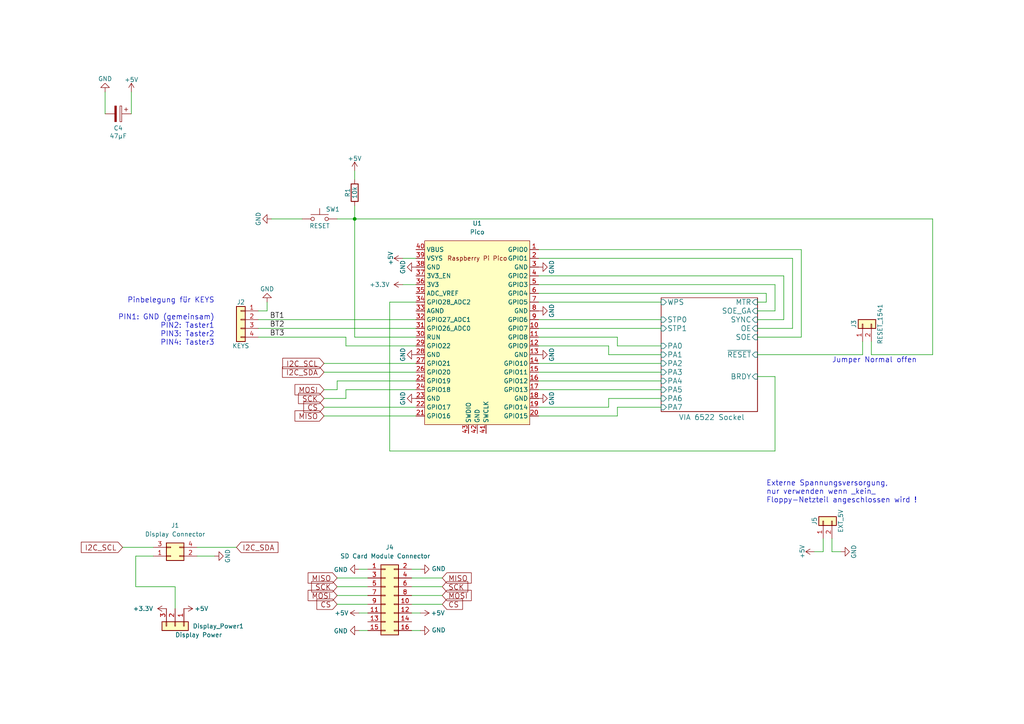
<source format=kicad_sch>
(kicad_sch (version 20230121) (generator eeschema)
  (paper "A4")
  (title_block (title "1541-rePico") (date "2025-10-26") (rev "1.0"))
  (lib_symbols
    (symbol "Connector_Generic:Conn_01x02" (pin_names (offset 1.016) hide)
      (property "Reference" "J" (at 0 2.54 0))
      (property "Value" "Conn_01x02" (at 0 -5.08 0))
      (symbol "Conn_01x02_1_1"
        (rectangle (start -1.27 -2.413) (end 0 -2.667) (stroke (width 0.1524)))
        (rectangle (start -1.27 0.127) (end 0 -0.127) (stroke (width 0.1524)))
        (rectangle (start -1.27 1.27) (end 1.27 -3.81) (stroke (width 0.254)) (fill (type background)))
        (pin passive line (at -5.08 0 0) (length 3.81) (name "Pin_1") (number "1"))
        (pin passive line (at -5.08 -2.54 0) (length 3.81) (name "Pin_2") (number "2"))
      )
    )
    (symbol "Connector_Generic:Conn_01x03" (pin_names (offset 1.016) hide)
      (property "Reference" "J" (at 0 5.08 0))
      (property "Value" "Conn_01x03" (at 0 -5.08 0))
      (symbol "Conn_01x03_1_1"
        (rectangle (start -1.27 -2.413) (end 0 -2.667) (stroke (width 0.1524)))
        (rectangle (start -1.27 0.127) (end 0 -0.127) (stroke (width 0.1524)))
        (rectangle (start -1.27 2.667) (end 0 2.413) (stroke (width 0.1524)))
        (rectangle (start -1.27 3.81) (end 1.27 -3.81) (stroke (width 0.254)) (fill (type background)))
        (pin passive line (at -5.08 2.54 0) (length 3.81) (name "Pin_1") (number "1"))
        (pin passive line (at -5.08 0 0) (length 3.81) (name "Pin_2") (number "2"))
        (pin passive line (at -5.08 -2.54 0) (length 3.81) (name "Pin_3") (number "3"))
      )
    )
    (symbol "Connector_Generic:Conn_01x04" (pin_names (offset 1.016) hide)
      (property "Reference" "J" (at 0 5.08 0))
      (property "Value" "Conn_01x04" (at 0 -7.62 0))
      (symbol "Conn_01x04_1_1"
        (rectangle (start -1.27 -4.953) (end 0 -5.207) (stroke (width 0.1524)))
        (rectangle (start -1.27 -2.413) (end 0 -2.667) (stroke (width 0.1524)))
        (rectangle (start -1.27 0.127) (end 0 -0.127) (stroke (width 0.1524)))
        (rectangle (start -1.27 2.667) (end 0 2.413) (stroke (width 0.1524)))
        (rectangle (start -1.27 3.81) (end 1.27 -6.35) (stroke (width 0.254)) (fill (type background)))
        (pin passive line (at -5.08 2.54 0) (length 3.81) (name "Pin_1") (number "1"))
        (pin passive line (at -5.08 0 0) (length 3.81) (name "Pin_2") (number "2"))
        (pin passive line (at -5.08 -2.54 0) (length 3.81) (name "Pin_3") (number "3"))
        (pin passive line (at -5.08 -5.08 0) (length 3.81) (name "Pin_4") (number "4"))
      )
    )
    (symbol "Connector_Generic:Conn_02x02_Odd_Even" (pin_names (offset 1.016) hide)
      (property "Reference" "J" (at 1.27 2.54 0))
      (property "Value" "Conn_02x02_Odd_Even" (at 1.27 -5.08 0))
      (symbol "Conn_02x02_Odd_Even_1_1"
        (rectangle (start -1.27 -2.413) (end 0 -2.667) (stroke (width 0.1524)))
        (rectangle (start -1.27 0.127) (end 0 -0.127) (stroke (width 0.1524)))
        (rectangle (start -1.27 1.27) (end 3.81 -3.81) (stroke (width 0.254)) (fill (type background)))
        (rectangle (start 3.81 -2.413) (end 2.54 -2.667) (stroke (width 0.1524)))
        (rectangle (start 3.81 0.127) (end 2.54 -0.127) (stroke (width 0.1524)))
        (pin passive line (at -5.08 0 0) (length 3.81) (name "Pin_1") (number "1"))
        (pin passive line (at 7.62 0 180) (length 3.81) (name "Pin_2") (number "2"))
        (pin passive line (at -5.08 -2.54 0) (length 3.81) (name "Pin_3") (number "3"))
        (pin passive line (at 7.62 -2.54 180) (length 3.81) (name "Pin_4") (number "4"))
      )
    )
    (symbol "Connector_Generic:Conn_02x08_Odd_Even" (pin_names (offset 1.016) hide)
      (property "Reference" "J" (at 1.27 10.16 0))
      (property "Value" "Conn_02x08_Odd_Even" (at 1.27 -12.7 0))
      (symbol "Conn_02x08_Odd_Even_1_1"
        (rectangle (start -1.27 -10.033) (end 0 -10.287) (stroke (width 0.1524)))
        (rectangle (start -1.27 -7.493) (end 0 -7.747) (stroke (width 0.1524)))
        (rectangle (start -1.27 -4.953) (end 0 -5.207) (stroke (width 0.1524)))
        (rectangle (start -1.27 -2.413) (end 0 -2.667) (stroke (width 0.1524)))
        (rectangle (start -1.27 0.127) (end 0 -0.127) (stroke (width 0.1524)))
        (rectangle (start -1.27 2.667) (end 0 2.413) (stroke (width 0.1524)))
        (rectangle (start -1.27 5.207) (end 0 4.953) (stroke (width 0.1524)))
        (rectangle (start -1.27 7.747) (end 0 7.493) (stroke (width 0.1524)))
        (rectangle (start -1.27 8.89) (end 3.81 -11.43) (stroke (width 0.254)) (fill (type background)))
        (rectangle (start 3.81 -10.033) (end 2.54 -10.287) (stroke (width 0.1524)))
        (rectangle (start 3.81 -7.493) (end 2.54 -7.747) (stroke (width 0.1524)))
        (rectangle (start 3.81 -4.953) (end 2.54 -5.207) (stroke (width 0.1524)))
        (rectangle (start 3.81 -2.413) (end 2.54 -2.667) (stroke (width 0.1524)))
        (rectangle (start 3.81 0.127) (end 2.54 -0.127) (stroke (width 0.1524)))
        (rectangle (start 3.81 2.667) (end 2.54 2.413) (stroke (width 0.1524)))
        (rectangle (start 3.81 5.207) (end 2.54 4.953) (stroke (width 0.1524)))
        (rectangle (start 3.81 7.747) (end 2.54 7.493) (stroke (width 0.1524)))
        (pin passive line (at -5.08 7.62 0) (length 3.81) (name "Pin_1") (number "1"))
        (pin passive line (at 7.62 -2.54 180) (length 3.81) (name "Pin_10") (number "10"))
        (pin passive line (at -5.08 -5.08 0) (length 3.81) (name "Pin_11") (number "11"))
        (pin passive line (at 7.62 -5.08 180) (length 3.81) (name "Pin_12") (number "12"))
        (pin passive line (at -5.08 -7.62 0) (length 3.81) (name "Pin_13") (number "13"))
        (pin passive line (at 7.62 -7.62 180) (length 3.81) (name "Pin_14") (number "14"))
        (pin passive line (at -5.08 -10.16 0) (length 3.81) (name "Pin_15") (number "15"))
        (pin passive line (at 7.62 -10.16 180) (length 3.81) (name "Pin_16") (number "16"))
        (pin passive line (at 7.62 7.62 180) (length 3.81) (name "Pin_2") (number "2"))
        (pin passive line (at -5.08 5.08 0) (length 3.81) (name "Pin_3") (number "3"))
        (pin passive line (at 7.62 5.08 180) (length 3.81) (name "Pin_4") (number "4"))
        (pin passive line (at -5.08 2.54 0) (length 3.81) (name "Pin_5") (number "5"))
        (pin passive line (at 7.62 2.54 180) (length 3.81) (name "Pin_6") (number "6"))
        (pin passive line (at -5.08 0 0) (length 3.81) (name "Pin_7") (number "7"))
        (pin passive line (at 7.62 0 180) (length 3.81) (name "Pin_8") (number "8"))
        (pin passive line (at -5.08 -2.54 0) (length 3.81) (name "Pin_9") (number "9"))
      )
    )
    (symbol "Device:CP" (pin_numbers hide) (pin_names (offset 0.254))
      (property "Reference" "C" (at 0.635 2.54 0))
      (property "Value" "Device_CP" (at 0.635 -2.54 0))
      (symbol "CP_0_1"
        (rectangle (start -2.286 0.508) (end 2.286 1.016))
        (polyline (pts (xy -1.778 2.286) (xy -0.762 2.286)))
        (polyline (pts (xy -1.27 2.794) (xy -1.27 1.778)))
        (rectangle (start 2.286 -0.508) (end -2.286 -1.016) (fill (type outline)))
      )
      (symbol "CP_1_1"
        (pin passive line (at 0 3.81 270) (length 2.794) (name "~") (number "1"))
        (pin passive line (at 0 -3.81 90) (length 2.794) (name "~") (number "2"))
      )
    )
    (symbol "Device:R" (pin_numbers hide) (pin_names (offset 0))
      (property "Reference" "R" (at 2.032 0 90))
      (property "Value" "R" (at 0 0 90))
      (symbol "R_0_1"
        (rectangle (start -1.016 -2.54) (end 1.016 2.54) (stroke (width 0.254)))
      )
      (symbol "R_1_1"
        (pin passive line (at 0 3.81 270) (length 1.27) (name "~") (number "1"))
        (pin passive line (at 0 -3.81 90) (length 1.27) (name "~") (number "2"))
      )
    )
    (symbol "MCU_RaspberryPi_and_Boards:Pico"
      (property "Reference" "U" (at -13.97 27.94 0))
      (property "Value" "Pico" (at 0 19.05 0))
      (symbol "Pico_0_0"
        (text "Raspberry Pi Pico" (at 0 21.59 0) (effects (font (size 1.27 1.27))))
      )
      (symbol "Pico_0_1"
        (rectangle (start -15.24 26.67) (end 15.24 -26.67) (fill (type background)))
      )
      (symbol "Pico_1_1"
        (pin bidirectional line (at -17.78 24.13 0) (length 2.54) (name "GPIO0") (number "1"))
        (pin bidirectional line (at -17.78 1.27 0) (length 2.54) (name "GPIO7") (number "10"))
        (pin bidirectional line (at -17.78 -1.27 0) (length 2.54) (name "GPIO8") (number "11"))
        (pin bidirectional line (at -17.78 -3.81 0) (length 2.54) (name "GPIO9") (number "12"))
        (pin power_in line (at -17.78 -6.35 0) (length 2.54) (name "GND") (number "13"))
        (pin bidirectional line (at -17.78 -8.89 0) (length 2.54) (name "GPIO10") (number "14"))
        (pin bidirectional line (at -17.78 -11.43 0) (length 2.54) (name "GPIO11") (number "15"))
        (pin bidirectional line (at -17.78 -13.97 0) (length 2.54) (name "GPIO12") (number "16"))
        (pin bidirectional line (at -17.78 -16.51 0) (length 2.54) (name "GPIO13") (number "17"))
        (pin power_in line (at -17.78 -19.05 0) (length 2.54) (name "GND") (number "18"))
        (pin bidirectional line (at -17.78 -21.59 0) (length 2.54) (name "GPIO14") (number "19"))
        (pin bidirectional line (at -17.78 21.59 0) (length 2.54) (name "GPIO1") (number "2"))
        (pin bidirectional line (at -17.78 -24.13 0) (length 2.54) (name "GPIO15") (number "20"))
        (pin bidirectional line (at 17.78 -24.13 180) (length 2.54) (name "GPIO16") (number "21"))
        (pin bidirectional line (at 17.78 -21.59 180) (length 2.54) (name "GPIO17") (number "22"))
        (pin power_in line (at 17.78 -19.05 180) (length 2.54) (name "GND") (number "23"))
        (pin bidirectional line (at 17.78 -16.51 180) (length 2.54) (name "GPIO18") (number "24"))
        (pin bidirectional line (at 17.78 -13.97 180) (length 2.54) (name "GPIO19") (number "25"))
        (pin bidirectional line (at 17.78 -11.43 180) (length 2.54) (name "GPIO20") (number "26"))
        (pin bidirectional line (at 17.78 -8.89 180) (length 2.54) (name "GPIO21") (number "27"))
        (pin power_in line (at 17.78 -6.35 180) (length 2.54) (name "GND") (number "28"))
        (pin bidirectional line (at 17.78 -3.81 180) (length 2.54) (name "GPIO22") (number "29"))
        (pin power_in line (at -17.78 19.05 0) (length 2.54) (name "GND") (number "3"))
        (pin input line (at 17.78 -1.27 180) (length 2.54) (name "RUN") (number "30"))
        (pin bidirectional line (at 17.78 1.27 180) (length 2.54) (name "GPIO26_ADC0") (number "31"))
        (pin bidirectional line (at 17.78 3.81 180) (length 2.54) (name "GPIO27_ADC1") (number "32"))
        (pin power_in line (at 17.78 6.35 180) (length 2.54) (name "AGND") (number "33"))
        (pin bidirectional line (at 17.78 8.89 180) (length 2.54) (name "GPIO28_ADC2") (number "34"))
        (pin power_in line (at 17.78 11.43 180) (length 2.54) (name "ADC_VREF") (number "35"))
        (pin power_in line (at 17.78 13.97 180) (length 2.54) (name "3V3") (number "36"))
        (pin input line (at 17.78 16.51 180) (length 2.54) (name "3V3_EN") (number "37"))
        (pin bidirectional line (at 17.78 19.05 180) (length 2.54) (name "GND") (number "38"))
        (pin power_in line (at 17.78 21.59 180) (length 2.54) (name "VSYS") (number "39"))
        (pin bidirectional line (at -17.78 16.51 0) (length 2.54) (name "GPIO2") (number "4"))
        (pin power_in line (at 17.78 24.13 180) (length 2.54) (name "VBUS") (number "40"))
        (pin input line (at -2.54 -29.21 90) (length 2.54) (name "SWCLK") (number "41"))
        (pin power_in line (at 0 -29.21 90) (length 2.54) (name "GND") (number "42"))
        (pin bidirectional line (at 2.54 -29.21 90) (length 2.54) (name "SWDIO") (number "43"))
        (pin bidirectional line (at -17.78 13.97 0) (length 2.54) (name "GPIO3") (number "5"))
        (pin bidirectional line (at -17.78 11.43 0) (length 2.54) (name "GPIO4") (number "6"))
        (pin bidirectional line (at -17.78 8.89 0) (length 2.54) (name "GPIO5") (number "7"))
        (pin power_in line (at -17.78 6.35 0) (length 2.54) (name "GND") (number "8"))
        (pin bidirectional line (at -17.78 3.81 0) (length 2.54) (name "GPIO6") (number "9"))
      )
    )
    (symbol "Switch:SW_Push" (pin_numbers hide) (pin_names (offset 1.016) hide)
      (property "Reference" "SW" (at 1.27 2.54 0))
      (property "Value" "SW_Push" (at 0 -1.524 0))
      (symbol "SW_Push_0_1"
        (circle (center -2.032 0) (radius 0.508))
        (polyline (pts (xy 0 1.27) (xy 0 3.048)))
        (polyline (pts (xy 2.54 1.27) (xy -2.54 1.27)))
        (circle (center 2.032 0) (radius 0.508))
        (pin passive line (at -5.08 0 0) (length 2.54) (name "1") (number "1"))
        (pin passive line (at 5.08 0 180) (length 2.54) (name "2") (number "2"))
      )
    )
    (symbol "power:+3.3V" (power) (pin_names (offset 0))
      (property "Value" "+3.3V" (at 0 3.556 0))
      (symbol "+3.3V_0_1"
        (polyline (pts (xy -0.762 1.27) (xy 0 2.54)))
        (polyline (pts (xy 0 0) (xy 0 2.54)))
        (polyline (pts (xy 0 2.54) (xy 0.762 1.27)))
      )
      (symbol "+3.3V_1_1"
        (pin power_in line (at 0 0 90) (length 0) hide (name "+3.3V") (number "1"))
      )
    )
    (symbol "power:+5V" (power) (pin_names (offset 0))
      (property "Value" "+5V" (at 0 3.556 0))
      (symbol "+5V_0_1"
        (polyline (pts (xy -0.762 1.27) (xy 0 2.54)))
        (polyline (pts (xy 0 0) (xy 0 2.54)))
        (polyline (pts (xy 0 2.54) (xy 0.762 1.27)))
      )
      (symbol "+5V_1_1"
        (pin power_in line (at 0 0 90) (length 0) hide (name "+5V") (number "1"))
      )
    )
    (symbol "power:GND" (power) (pin_names (offset 0))
      (property "Value" "GND" (at 0 -3.81 0))
      (symbol "GND_0_1"
        (polyline (pts (xy 0 0) (xy 0 -1.27) (xy 1.27 -1.27) (xy 0 -2.54) (xy -1.27 -1.27) (xy 0 -1.27)))
      )
      (symbol "GND_1_1"
        (pin power_in line (at 0 0 270) (length 0) hide (name "GND") (number "1"))
      )
    )
  )
  (junction (at 102.87 63.5))
  (wire (pts (xy 74.93 97.79) (xy 100.33 97.79)))
  (wire (pts (xy 156.21 74.93) (xy 229.87 74.93)))
  (wire (pts (xy 100.33 115.57) (xy 100.33 113.03)))
  (wire (pts (xy 93.98 113.03) (xy 97.79 113.03)))
  (wire (pts (xy 179.07 97.79) (xy 179.07 100.33)))
  (wire (pts (xy 219.71 97.79) (xy 232.41 97.79)))
  (wire (pts (xy 176.53 102.87) (xy 176.53 100.33)))
  (wire (pts (xy 232.41 97.79) (xy 232.41 72.39)))
  (wire (pts (xy 250.19 99.06) (xy 250.19 102.87)))
  (wire (pts (xy 224.79 82.55) (xy 224.79 90.17)))
  (wire (pts (xy 119.38 170.18) (xy 128.27 170.18)))
  (wire (pts (xy 156.21 85.09) (xy 222.25 85.09)))
  (wire (pts (xy 97.79 110.49) (xy 120.65 110.49)))
  (wire (pts (xy 116.84 82.55) (xy 120.65 82.55)))
  (wire (pts (xy 35.56 158.75) (xy 44.45 158.75)))
  (wire (pts (xy 119.38 175.26) (xy 128.27 175.26)))
  (wire (pts (xy 241.3 160.02) (xy 243.84 160.02)))
  (wire (pts (xy 176.53 100.33) (xy 156.21 100.33)))
  (wire (pts (xy 104.14 177.8) (xy 106.68 177.8)))
  (wire (pts (xy 93.98 105.41) (xy 120.65 105.41)))
  (wire (pts (xy 119.38 167.64) (xy 128.27 167.64)))
  (wire (pts (xy 227.33 80.01) (xy 156.21 80.01)))
  (wire (pts (xy 38.1 33.02) (xy 38.1 26.67)))
  (wire (pts (xy 77.47 90.17) (xy 74.93 90.17)))
  (wire (pts (xy 97.79 175.26) (xy 106.68 175.26)))
  (wire (pts (xy 104.14 182.88) (xy 106.68 182.88)))
  (wire (pts (xy 156.21 107.95) (xy 191.77 107.95)))
  (wire (pts (xy 156.21 97.79) (xy 179.07 97.79)))
  (wire (pts (xy 224.79 130.81) (xy 224.79 109.22)))
  (wire (pts (xy 97.79 167.64) (xy 106.68 167.64)))
  (wire (pts (xy 238.76 156.21) (xy 238.76 160.02)))
  (wire (pts (xy 238.76 160.02) (xy 236.22 160.02)))
  (wire (pts (xy 30.48 26.67) (xy 30.48 33.02)))
  (wire (pts (xy 252.73 102.87) (xy 252.73 99.06)))
  (wire (pts (xy 100.33 113.03) (xy 120.65 113.03)))
  (wire (pts (xy 100.33 100.33) (xy 120.65 100.33)))
  (wire (pts (xy 93.98 115.57) (xy 100.33 115.57)))
  (wire (pts (xy 106.68 172.72) (xy 97.79 172.72)))
  (wire (pts (xy 219.71 92.71) (xy 227.33 92.71)))
  (wire (pts (xy 100.33 97.79) (xy 100.33 100.33)))
  (wire (pts (xy 93.98 107.95) (xy 120.65 107.95)))
  (wire (pts (xy 252.73 102.87) (xy 270.51 102.87)))
  (wire (pts (xy 50.8 170.18) (xy 50.8 176.53)))
  (wire (pts (xy 104.14 165.1) (xy 106.68 165.1)))
  (wire (pts (xy 119.38 165.1) (xy 121.92 165.1)))
  (wire (pts (xy 156.21 113.03) (xy 191.77 113.03)))
  (wire (pts (xy 39.37 161.29) (xy 39.37 170.18)))
  (wire (pts (xy 224.79 109.22) (xy 219.71 109.22)))
  (wire (pts (xy 102.87 52.07) (xy 102.87 49.53)))
  (wire (pts (xy 77.47 90.17) (xy 77.47 87.63)))
  (wire (pts (xy 97.79 113.03) (xy 97.79 110.49)))
  (wire (pts (xy 179.07 118.11) (xy 179.07 120.65)))
  (wire (pts (xy 229.87 74.93) (xy 229.87 95.25)))
  (wire (pts (xy 106.68 170.18) (xy 97.79 170.18)))
  (wire (pts (xy 191.77 102.87) (xy 176.53 102.87)))
  (wire (pts (xy 113.03 87.63) (xy 120.65 87.63)))
  (wire (pts (xy 57.15 161.29) (xy 62.23 161.29)))
  (wire (pts (xy 39.37 170.18) (xy 50.8 170.18)))
  (wire (pts (xy 227.33 92.71) (xy 227.33 80.01)))
  (wire (pts (xy 232.41 72.39) (xy 156.21 72.39)))
  (wire (pts (xy 102.87 63.5) (xy 270.51 63.5)))
  (wire (pts (xy 156.21 110.49) (xy 191.77 110.49)))
  (wire (pts (xy 93.98 120.65) (xy 120.65 120.65)))
  (wire (pts (xy 156.21 92.71) (xy 191.77 92.71)))
  (wire (pts (xy 176.53 118.11) (xy 176.53 115.57)))
  (wire (pts (xy 120.65 97.79) (xy 102.87 97.79)))
  (wire (pts (xy 102.87 59.69) (xy 102.87 63.5)))
  (wire (pts (xy 102.87 97.79) (xy 102.87 63.5)))
  (wire (pts (xy 270.51 63.5) (xy 270.51 102.87)))
  (wire (pts (xy 119.38 177.8) (xy 121.92 177.8)))
  (wire (pts (xy 179.07 120.65) (xy 156.21 120.65)))
  (wire (pts (xy 119.38 182.88) (xy 121.92 182.88)))
  (wire (pts (xy 179.07 100.33) (xy 191.77 100.33)))
  (wire (pts (xy 191.77 118.11) (xy 179.07 118.11)))
  (wire (pts (xy 241.3 160.02) (xy 241.3 156.21)))
  (wire (pts (xy 156.21 82.55) (xy 224.79 82.55)))
  (wire (pts (xy 224.79 90.17) (xy 219.71 90.17)))
  (wire (pts (xy 74.93 92.71) (xy 120.65 92.71)))
  (wire (pts (xy 113.03 130.81) (xy 224.79 130.81)))
  (wire (pts (xy 44.45 161.29) (xy 39.37 161.29)))
  (wire (pts (xy 229.87 95.25) (xy 219.71 95.25)))
  (wire (pts (xy 156.21 118.11) (xy 176.53 118.11)))
  (wire (pts (xy 176.53 115.57) (xy 191.77 115.57)))
  (wire (pts (xy 222.25 87.63) (xy 219.71 87.63)))
  (wire (pts (xy 156.21 95.25) (xy 191.77 95.25)))
  (wire (pts (xy 219.71 102.87) (xy 250.19 102.87)))
  (wire (pts (xy 116.84 74.93) (xy 120.65 74.93)))
  (wire (pts (xy 222.25 87.63) (xy 222.25 85.09)))
  (wire (pts (xy 97.79 63.5) (xy 102.87 63.5)))
  (wire (pts (xy 78.74 63.5) (xy 87.63 63.5)))
  (wire (pts (xy 113.03 87.63) (xy 113.03 130.81)))
  (wire (pts (xy 93.98 118.11) (xy 120.65 118.11)))
  (wire (pts (xy 156.21 87.63) (xy 191.77 87.63)))
  (wire (pts (xy 57.15 158.75) (xy 68.58 158.75)))
  (wire (pts (xy 128.27 172.72) (xy 119.38 172.72)))
  (wire (pts (xy 74.93 95.25) (xy 120.65 95.25)))
  (wire (pts (xy 156.21 105.41) (xy 191.77 105.41)))
  (text "Jumper Normal offen" (at 241.3 105.41 0) (effects (font (size 1.524 1.524)) (justify left bottom)))
  (text "Externe Spannungsversorgung,\nnur verwenden wenn _kein_\nFloppy-Netzteil angeschlossen wird !" (at 222.25 146.05 0) (effects (font (size 1.524 1.524)) (justify left bottom)))
  (text "Pinbelegung für KEYS\n\nPIN1: GND (gemeinsam)\nPIN2: Taster1\nPIN3: Taster2\nPIN4: Taster3" (at 62.23 100.33 0) (effects (font (size 1.524 1.524)) (justify right bottom)))
  (label "BT1" (at 82.55 92.71 180) (effects (font (size 1.524 1.524))))
  (label "BT3" (at 82.55 97.79 180) (effects (font (size 1.524 1.524))))
  (label "BT2" (at 82.55 95.25 180) (effects (font (size 1.524 1.524))))
  (global_label "CS" (shape input) (at 97.79 175.26 180) (effects (font (size 1.524 1.524))) (property "Intersheetrefs" "${INTERSHEET_REFS}" (effects hide)))
  (global_label "SCK" (shape input) (at 97.79 170.18 180) (effects (font (size 1.524 1.524))) (property "Intersheetrefs" "${INTERSHEET_REFS}" (effects hide)))
  (global_label "MOSI" (shape input) (at 97.79 172.72 180) (effects (font (size 1.524 1.524))) (property "Intersheetrefs" "${INTERSHEET_REFS}" (effects hide)))
  (global_label "SCK" (shape input) (at 93.98 115.57 180) (effects (font (size 1.524 1.524))) (property "Intersheetrefs" "${INTERSHEET_REFS}" (effects hide)))
  (global_label "MISO" (shape input) (at 128.27 167.64 0) (effects (font (size 1.524 1.524))) (property "Intersheetrefs" "${INTERSHEET_REFS}" (effects hide)))
  (global_label "I2C_SCL" (shape input) (at 35.56 158.75 180) (effects (font (size 1.524 1.524))) (property "Intersheetrefs" "${INTERSHEET_REFS}" (effects hide)))
  (global_label "I2C_SDA" (shape input) (at 93.98 107.95 180) (effects (font (size 1.524 1.524))) (property "Intersheetrefs" "${INTERSHEET_REFS}" (effects hide)))
  (global_label "MOSI" (shape input) (at 93.98 113.03 180) (effects (font (size 1.524 1.524))) (property "Intersheetrefs" "${INTERSHEET_REFS}" (effects hide)))
  (global_label "MOSI" (shape input) (at 128.27 172.72 0) (effects (font (size 1.524 1.524))) (property "Intersheetrefs" "${INTERSHEET_REFS}" (effects hide)))
  (global_label "I2C_SCL" (shape input) (at 93.98 105.41 180) (effects (font (size 1.524 1.524))) (property "Intersheetrefs" "${INTERSHEET_REFS}" (effects hide)))
  (global_label "MISO" (shape input) (at 93.98 120.65 180) (effects (font (size 1.524 1.524))) (property "Intersheetrefs" "${INTERSHEET_REFS}" (effects hide)))
  (global_label "MISO" (shape input) (at 97.79 167.64 180) (effects (font (size 1.524 1.524))) (property "Intersheetrefs" "${INTERSHEET_REFS}" (effects hide)))
  (global_label "SCK" (shape input) (at 128.27 170.18 0) (effects (font (size 1.524 1.524))) (property "Intersheetrefs" "${INTERSHEET_REFS}" (effects hide)))
  (global_label "CS" (shape input) (at 128.27 175.26 0) (effects (font (size 1.524 1.524))) (property "Intersheetrefs" "${INTERSHEET_REFS}" (effects hide)))
  (global_label "I2C_SDA" (shape input) (at 68.58 158.75 0) (effects (font (size 1.524 1.524))) (property "Intersheetrefs" "${INTERSHEET_REFS}" (effects hide)))
  (global_label "CS" (shape input) (at 93.98 118.11 180) (effects (font (size 1.524 1.524))) (property "Intersheetrefs" "${INTERSHEET_REFS}" (effects hide)))
  (symbol (lib_id "Device:R") (at 102.87 55.88 180) (unit 1)
    (property "Reference" "R1" (at 100.838 55.88 90))
    (property "Value" "10k" (at 102.87 55.88 90))
    (property "Footprint" "Resistor_THT:R_Axial_DIN0207_L6.3mm_D2.5mm_P10.16mm_Horizontal" (effects hide))
  )
  (symbol (lib_id "power:+5V") (at 102.87 49.53 0) (unit 1)
    (property "Reference" "#PWR07" (effects hide))
    (property "Value" "+5V" (at 102.87 45.974 0))
  )
  (symbol (lib_id "power:+5V") (at 38.1 26.67 0) (unit 1)
    (property "Reference" "#PWR03" (effects hide))
    (property "Value" "+5V" (at 38.1 23.114 0))
  )
  (symbol (lib_id "Switch:SW_Push") (at 92.71 63.5 0) (unit 1)
    (property "Reference" "SW1" (at 96.52 60.706 0))
    (property "Value" "RESET" (at 92.71 65.532 0))
    (property "Footprint" "Button_Switch_THT:SW_PUSH_6mm_H5mm" (effects hide))
  )
  (symbol (lib_id "Connector_Generic:Conn_01x04") (at 69.85 92.71 0) (mirror y) (unit 1)
    (property "Reference" "J2" (at 69.85 87.63 0))
    (property "Value" "KEYS" (at 69.85 100.33 0))
    (property "Footprint" "Connector_PinHeader_2.54mm:PinHeader_1x04_P2.54mm_Vertical" (effects hide))
  )
  (symbol (lib_id "Connector_Generic:Conn_01x02") (at 250.19 93.98 90) (unit 1)
    (property "Reference" "J3" (at 247.65 93.98 0))
    (property "Value" "RESET_1541" (at 255.27 93.98 0))
    (property "Footprint" "Connector_PinHeader_2.54mm:PinHeader_1x02_P2.54mm_Vertical" (effects hide))
  )
  (symbol (lib_id "Connector_Generic:Conn_01x02") (at 238.76 151.13 90) (unit 1)
    (property "Reference" "J5" (at 236.22 151.13 0))
    (property "Value" "EXT_5V" (at 243.84 151.13 0))
    (property "Footprint" "Connector_PinHeader_2.54mm:PinHeader_1x02_P2.54mm_Vertical" (effects hide))
  )
  (symbol (lib_id "power:+5V") (at 236.22 160.02 90) (unit 1)
    (property "Reference" "#PWR019" (effects hide))
    (property "Value" "+5V" (at 232.664 160.02 0))
  )
  (symbol (lib_id "power:GND") (at 30.48 26.67 180) (unit 1)
    (property "Reference" "#PWR02" (effects hide))
    (property "Value" "GND" (at 30.48 22.86 0))
  )
  (symbol (lib_id "power:GND") (at 78.74 63.5 270) (unit 1)
    (property "Reference" "#PWR01" (effects hide))
    (property "Value" "GND" (at 74.93 63.5 0))
  )
  (symbol (lib_id "power:GND") (at 243.84 160.02 90) (unit 1)
    (property "Reference" "#PWR020" (effects hide))
    (property "Value" "GND" (at 247.65 160.02 0))
  )
  (symbol (lib_id "Connector_Generic:Conn_02x08_Odd_Even") (at 111.76 172.72 0) (unit 1)
    (property "Reference" "J4" (at 113.03 158.75 0))
    (property "Value" "SD Card Module Connector" (at 111.76 161.29 0))
    (property "Footprint" "Connector_PinSocket_2.54mm:PinSocket_2x08_P2.54mm_Vertical" (effects hide))
  )
  (symbol (lib_id "power:GND") (at 121.92 182.88 90) (unit 1)
    (property "Reference" "#PWR016" (effects hide))
    (property "Value" "GND" (at 125.1712 182.753 90) (effects (justify right)))
  )
  (symbol (lib_id "power:GND") (at 104.14 182.88 270) (unit 1)
    (property "Reference" "#PWR015" (effects hide))
    (property "Value" "GND" (at 100.8888 183.007 90) (effects (justify right)))
  )
  (symbol (lib_id "power:GND") (at 104.14 165.1 270) (unit 1)
    (property "Reference" "#PWR011" (effects hide))
    (property "Value" "GND" (at 100.8888 165.227 90) (effects (justify right)))
  )
  (symbol (lib_id "power:GND") (at 121.92 165.1 90) (unit 1)
    (property "Reference" "#PWR012" (effects hide))
    (property "Value" "GND" (at 125.1712 164.973 90) (effects (justify right)))
  )
  (symbol (lib_id "power:+5V") (at 104.14 177.8 90) (unit 1)
    (property "Reference" "#PWR013" (effects hide))
    (property "Value" "+5V" (at 99.06 177.8 90))
  )
  (symbol (lib_id "power:+5V") (at 121.92 177.8 270) (unit 1)
    (property "Reference" "#PWR014" (effects hide))
    (property "Value" "+5V" (at 127 177.8 90))
  )
  (symbol (lib_id "Device:CP") (at 34.29 33.02 270) (unit 1)
    (property "Reference" "C4" (at 34.29 37.1602 90))
    (property "Value" "47µF" (at 34.29 39.4716 90))
    (property "Footprint" "Capacitor_THT:CP_Radial_D5.0mm_P2.50mm" (effects hide))
  )
  (symbol (lib_id "power:GND") (at 77.47 87.63 0) (mirror x) (unit 1)
    (property "Reference" "#PWR0101" (effects hide))
    (property "Value" "GND" (at 77.47 83.82 0))
  )
  (symbol (lib_id "Connector_Generic:Conn_01x03") (at 50.8 181.61 270) (unit 1)
    (property "Reference" "Display_Power1" (at 55.88 181.61 90) (effects (justify left)))
    (property "Value" "Display Power" (at 50.8 184.15 90) (effects (justify left)))
    (property "Footprint" "Connector_PinHeader_2.54mm:PinHeader_1x03_P2.54mm_Vertical" (effects hide))
  )
  (symbol (lib_id "power:+5V") (at 53.34 176.53 270) (unit 1)
    (property "Reference" "#PWR0104" (effects hide))
    (property "Value" "+5V" (at 58.42 176.53 90))
  )
  (symbol (lib_id "power:+3.3V") (at 48.26 176.53 90) (unit 1)
    (property "Reference" "#PWR0105" (effects hide))
    (property "Value" "+3.3V" (at 44.45 176.53 90) (effects (justify left)))
  )
  (symbol (lib_id "power:GND") (at 156.21 115.57 90) (unit 1)
    (property "Reference" "#PWR04" (effects hide))
    (property "Value" "GND" (at 160.02 115.57 0))
  )
  (symbol (lib_id "power:+5V") (at 116.84 74.93 90) (unit 1)
    (property "Reference" "#PWR018" (effects hide))
    (property "Value" "+5V" (at 113.284 74.93 0))
  )
  (symbol (lib_id "power:GND") (at 156.21 90.17 90) (unit 1)
    (property "Reference" "#PWR06" (effects hide))
    (property "Value" "GND" (at 160.02 90.17 0))
  )
  (symbol (lib_id "power:GND") (at 156.21 77.47 90) (unit 1)
    (property "Reference" "#PWR08" (effects hide))
    (property "Value" "GND" (at 160.02 77.47 0))
  )
  (symbol (lib_id "power:GND") (at 62.23 161.29 90) (unit 1)
    (property "Reference" "#PWR022" (effects hide))
    (property "Value" "GND" (at 66.04 161.29 0))
  )
  (symbol (lib_id "power:GND") (at 120.65 102.87 270) (unit 1)
    (property "Reference" "#PWR010" (effects hide))
    (property "Value" "GND" (at 116.84 102.87 0))
  )
  (symbol (lib_id "power:GND") (at 120.65 77.47 270) (unit 1)
    (property "Reference" "#PWR017" (effects hide))
    (property "Value" "GND" (at 116.84 77.47 0))
  )
  (symbol (lib_id "Connector_Generic:Conn_02x02_Odd_Even") (at 49.53 161.29 0) (mirror x) (unit 1)
    (property "Reference" "J1" (at 50.8 152.4 0))
    (property "Value" "Display Connector" (at 50.8 154.94 0))
    (property "Footprint" "Connector_PinSocket_2.54mm:PinSocket_2x02_P2.54mm_Vertical" (effects hide))
  )
  (symbol (lib_id "MCU_RaspberryPi_and_Boards:Pico") (at 138.43 96.52 0) (mirror y) (unit 1)
    (property "Reference" "U1" (at 138.43 64.77 0))
    (property "Value" "Pico" (at 138.43 67.31 0))
    (property "Footprint" "RPi_Pico:RPi_Pico_SMD_TH" (effects hide))
  )
  (symbol (lib_id "power:GND") (at 120.65 115.57 270) (unit 1)
    (property "Reference" "#PWR09" (effects hide))
    (property "Value" "GND" (at 116.84 115.57 0))
  )
  (symbol (lib_id "power:GND") (at 156.21 102.87 90) (unit 1)
    (property "Reference" "#PWR05" (effects hide))
    (property "Value" "GND" (at 160.02 102.87 0))
  )
  (symbol (lib_id "power:+3.3V") (at 116.84 82.55 90) (unit 1)
    (property "Reference" "#PWR021" (effects hide))
    (property "Value" "+3.3V" (at 113.03 82.55 90) (effects (justify left)))
  )
  (sheet (at 191.77 86.36) (size 27.94 33.02)
    (property "Sheetname" "VIA 6522 Sockel" (at 196.85 121.92 0) (effects (font (size 1.524 1.524)) (justify left bottom)))
    (property "Sheetfile" "via6522_sockel.kicad_sch" (effects hide))
    (pin "PA0" input (at 191.77 100.33 180) (effects (font (size 1.524 1.524))))
    (pin "PA1" input (at 191.77 102.87 180) (effects (font (size 1.524 1.524))))
    (pin "PA2" input (at 191.77 105.41 180) (effects (font (size 1.524 1.524))))
    (pin "PA3" input (at 191.77 107.95 180) (effects (font (size 1.524 1.524))))
    (pin "PA4" input (at 191.77 110.49 180) (effects (font (size 1.524 1.524))))
    (pin "PA5" input (at 191.77 113.03 180) (effects (font (size 1.524 1.524))))
    (pin "PA6" input (at 191.77 115.57 180) (effects (font (size 1.524 1.524))))
    (pin "PA7" input (at 191.77 118.11 180) (effects (font (size 1.524 1.524))))
    (pin "BRDY" input (at 219.71 109.22 0) (effects (font (size 1.524 1.524))))
    (pin "SYNC" input (at 219.71 92.71 0) (effects (font (size 1.524 1.524))))
    (pin "OE" input (at 219.71 95.25 0) (effects (font (size 1.524 1.524))))
    (pin "SOE" input (at 219.71 97.79 0) (effects (font (size 1.524 1.524))))
    (pin "MTR" input (at 219.71 87.63 0) (effects (font (size 1.524 1.524))))
    (pin "WPS" input (at 191.77 87.63 180) (effects (font (size 1.524 1.524))))
    (pin "~{RESET}" input (at 219.71 102.87 0) (effects (font (size 1.524 1.524))))
    (pin "SOE_GA" input (at 219.71 90.17 0) (effects (font (size 1.524 1.524))))
    (pin "STP0" input (at 191.77 92.71 180) (effects (font (size 1.524 1.524))))
    (pin "STP1" input (at 191.77 95.25 180) (effects (font (size 1.524 1.524))))
  )
)
</source>
